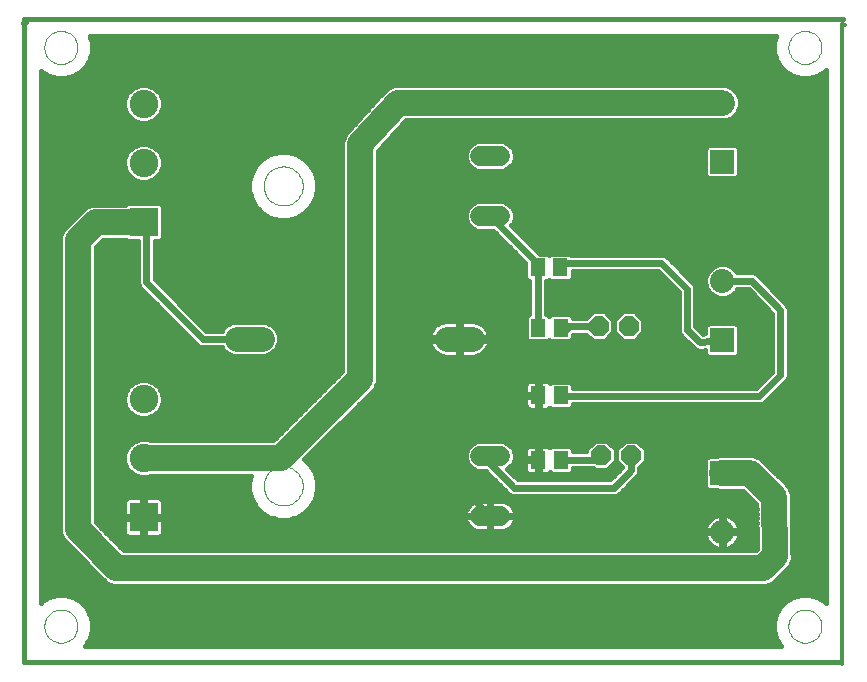
<source format=gtl>
G75*
G70*
%OFA0B0*%
%FSLAX24Y24*%
%IPPOS*%
%LPD*%
%AMOC8*
5,1,8,0,0,1.08239X$1,22.5*
%
%ADD10C,0.0160*%
%ADD11C,0.0120*%
%ADD12C,0.0000*%
%ADD13R,0.0800X0.0800*%
%ADD14C,0.0800*%
%ADD15R,0.0950X0.0950*%
%ADD16C,0.0950*%
%ADD17C,0.0660*%
%ADD18R,0.0512X0.0591*%
%ADD19OC8,0.0660*%
%ADD20C,0.0825*%
%ADD21C,0.0240*%
%ADD22C,0.0860*%
%ADD23C,0.0500*%
D10*
X000208Y000211D02*
X027452Y000211D01*
X025433Y000771D02*
X002249Y000771D01*
X002265Y000787D01*
X002401Y001022D01*
X002471Y001284D01*
X002471Y001556D01*
X002401Y001818D01*
X002265Y002053D01*
X002073Y002245D01*
X001838Y002381D01*
X001576Y002451D01*
X001304Y002451D01*
X001042Y002381D01*
X000807Y002245D01*
X000768Y002206D01*
X000768Y019925D01*
X000807Y019886D01*
X001042Y019750D01*
X001304Y019680D01*
X001576Y019680D01*
X001838Y019750D01*
X002073Y019886D01*
X002265Y020078D01*
X002401Y020313D01*
X002471Y020575D01*
X002471Y020847D01*
X002401Y021108D01*
X025282Y021108D01*
X025212Y020847D01*
X025212Y020575D01*
X025282Y020313D01*
X025418Y020078D01*
X025610Y019886D01*
X025845Y019750D01*
X026107Y019680D01*
X026379Y019680D01*
X026641Y019750D01*
X026876Y019886D01*
X026935Y019945D01*
X026935Y002186D01*
X026876Y002245D01*
X026641Y002381D01*
X026379Y002451D01*
X026107Y002451D01*
X025845Y002381D01*
X025610Y002245D01*
X025418Y002053D01*
X025282Y001818D01*
X025212Y001556D01*
X025212Y001284D01*
X025282Y001022D01*
X025418Y000787D01*
X025433Y000771D01*
X025359Y000888D02*
X002324Y000888D01*
X002407Y001047D02*
X025275Y001047D01*
X025233Y001205D02*
X002450Y001205D01*
X002471Y001364D02*
X025212Y001364D01*
X025212Y001522D02*
X002471Y001522D01*
X002438Y001681D02*
X025245Y001681D01*
X025294Y001839D02*
X002389Y001839D01*
X002297Y001998D02*
X025386Y001998D01*
X025521Y002156D02*
X002162Y002156D01*
X001953Y002315D02*
X025730Y002315D01*
X025187Y002857D02*
X025353Y003023D01*
X025576Y003245D01*
X025579Y003247D01*
X025659Y003328D01*
X025739Y003408D01*
X025741Y003412D01*
X025743Y003414D01*
X025785Y003520D01*
X025829Y003625D01*
X025829Y003629D01*
X025830Y003632D01*
X025829Y003746D01*
X025829Y003860D01*
X025828Y003863D01*
X025805Y005727D01*
X025805Y005840D01*
X025804Y005844D01*
X025804Y005847D01*
X025759Y005952D01*
X025716Y006057D01*
X025713Y006060D01*
X025712Y006063D01*
X025630Y006143D01*
X024836Y006937D01*
X024756Y007018D01*
X024753Y007019D01*
X024751Y007022D01*
X024645Y007065D01*
X024540Y007110D01*
X024537Y007110D01*
X024534Y007111D01*
X024420Y007111D01*
X023375Y007121D01*
X023298Y007090D01*
X023021Y007090D01*
X022927Y006996D01*
X022927Y006721D01*
X022898Y006653D01*
X022896Y006418D01*
X022927Y006341D01*
X022927Y006064D01*
X023021Y005970D01*
X023296Y005970D01*
X023364Y005941D01*
X024170Y005934D01*
X024628Y005476D01*
X024646Y003984D01*
X024609Y003947D01*
X003539Y003947D01*
X002597Y004889D01*
X002597Y014049D01*
X002842Y014294D01*
X003625Y014294D01*
X003654Y014265D01*
X004014Y014265D01*
X004014Y012821D01*
X004057Y012718D01*
X004136Y012639D01*
X006017Y010757D01*
X006120Y010715D01*
X006803Y010715D01*
X006822Y010670D01*
X006983Y010509D01*
X007193Y010422D01*
X008246Y010422D01*
X008456Y010509D01*
X008617Y010670D01*
X008704Y010881D01*
X008704Y011109D01*
X008617Y011319D01*
X008456Y011480D01*
X008246Y011567D01*
X007193Y011567D01*
X006983Y011480D01*
X006822Y011319D01*
X006803Y011275D01*
X006292Y011275D01*
X004574Y012993D01*
X004574Y014265D01*
X004737Y014265D01*
X004831Y014359D01*
X004831Y015441D01*
X004737Y015535D01*
X003654Y015535D01*
X003594Y015474D01*
X002480Y015474D01*
X002263Y015385D01*
X002097Y015219D01*
X001507Y014628D01*
X001417Y014411D01*
X001417Y004527D01*
X001507Y004310D01*
X001673Y004144D01*
X002960Y002857D01*
X003177Y002767D01*
X024971Y002767D01*
X025187Y002857D01*
X025279Y002949D02*
X026935Y002949D01*
X026935Y003107D02*
X025438Y003107D01*
X025598Y003266D02*
X026935Y003266D01*
X026935Y003424D02*
X025747Y003424D01*
X025811Y003583D02*
X026935Y003583D01*
X026935Y003741D02*
X025829Y003741D01*
X025827Y003900D02*
X026935Y003900D01*
X026935Y004058D02*
X025825Y004058D01*
X025823Y004217D02*
X026935Y004217D01*
X026935Y004375D02*
X025822Y004375D01*
X025820Y004534D02*
X026935Y004534D01*
X026935Y004692D02*
X025818Y004692D01*
X025816Y004851D02*
X026935Y004851D01*
X026935Y005009D02*
X025814Y005009D01*
X025812Y005168D02*
X026935Y005168D01*
X026935Y005326D02*
X025810Y005326D01*
X025808Y005485D02*
X026935Y005485D01*
X026935Y005643D02*
X025806Y005643D01*
X025805Y005802D02*
X026935Y005802D01*
X026935Y005960D02*
X025756Y005960D01*
X025655Y006119D02*
X026935Y006119D01*
X026935Y006277D02*
X025496Y006277D01*
X025337Y006436D02*
X026935Y006436D01*
X026935Y006594D02*
X025179Y006594D01*
X025020Y006753D02*
X026935Y006753D01*
X026935Y006911D02*
X024862Y006911D01*
X024636Y007070D02*
X026935Y007070D01*
X026935Y007228D02*
X020934Y007228D01*
X020934Y007316D02*
X020647Y007603D01*
X020241Y007603D01*
X019954Y007316D01*
X019954Y006910D01*
X020151Y006712D01*
X019753Y006314D01*
X016669Y006314D01*
X016321Y006662D01*
X016358Y006678D01*
X016496Y006816D01*
X016571Y006996D01*
X016571Y007191D01*
X016496Y007371D01*
X016358Y007508D01*
X016178Y007583D01*
X015323Y007583D01*
X015143Y007508D01*
X015005Y007371D01*
X014931Y007191D01*
X014931Y006996D01*
X015005Y006816D01*
X015143Y006678D01*
X015323Y006603D01*
X015588Y006603D01*
X016394Y005797D01*
X016497Y005754D01*
X019925Y005754D01*
X020028Y005797D01*
X020106Y005875D01*
X020681Y006450D01*
X020724Y006553D01*
X020724Y006700D01*
X020934Y006910D01*
X020934Y007316D01*
X020863Y007387D02*
X026935Y007387D01*
X026935Y007545D02*
X020704Y007545D01*
X020183Y007545D02*
X019704Y007545D01*
X019647Y007603D02*
X019241Y007603D01*
X018954Y007316D01*
X018954Y007243D01*
X018513Y007243D01*
X018513Y007325D01*
X018420Y007418D01*
X017775Y007418D01*
X017737Y007381D01*
X017716Y007402D01*
X017675Y007426D01*
X017629Y007438D01*
X017397Y007438D01*
X017397Y007011D01*
X017301Y007011D01*
X017301Y006915D01*
X016913Y006915D01*
X016913Y006644D01*
X016926Y006598D01*
X016949Y006557D01*
X016983Y006524D01*
X017024Y006500D01*
X017070Y006488D01*
X017301Y006488D01*
X017301Y006915D01*
X017397Y006915D01*
X017397Y006488D01*
X017629Y006488D01*
X017675Y006500D01*
X017716Y006524D01*
X017737Y006546D01*
X017775Y006508D01*
X018420Y006508D01*
X018513Y006602D01*
X018513Y006683D01*
X019180Y006683D01*
X019241Y006623D01*
X019647Y006623D01*
X019934Y006910D01*
X019934Y007316D01*
X019647Y007603D01*
X019863Y007387D02*
X020025Y007387D01*
X019954Y007228D02*
X019934Y007228D01*
X019934Y007070D02*
X019954Y007070D01*
X019954Y006911D02*
X019934Y006911D01*
X019777Y006753D02*
X020111Y006753D01*
X020033Y006594D02*
X018506Y006594D01*
X018451Y007387D02*
X019025Y007387D01*
X019183Y007545D02*
X016270Y007545D01*
X016480Y007387D02*
X016967Y007387D01*
X016983Y007402D02*
X016949Y007369D01*
X016926Y007328D01*
X016913Y007282D01*
X016913Y007011D01*
X017301Y007011D01*
X017301Y007438D01*
X017070Y007438D01*
X017024Y007426D01*
X016983Y007402D01*
X016913Y007228D02*
X016555Y007228D01*
X016571Y007070D02*
X016913Y007070D01*
X016913Y006911D02*
X016536Y006911D01*
X016433Y006753D02*
X016913Y006753D01*
X016928Y006594D02*
X016389Y006594D01*
X016547Y006436D02*
X019875Y006436D01*
X020349Y006119D02*
X022927Y006119D01*
X022927Y006277D02*
X020508Y006277D01*
X020666Y006436D02*
X022896Y006436D01*
X022898Y006594D02*
X020724Y006594D01*
X020777Y006753D02*
X022927Y006753D01*
X022927Y006911D02*
X020934Y006911D01*
X020934Y007070D02*
X023000Y007070D01*
X023320Y005960D02*
X020191Y005960D01*
X020032Y005802D02*
X024302Y005802D01*
X024461Y005643D02*
X009896Y005643D01*
X009904Y005657D02*
X009981Y005944D01*
X009981Y006242D01*
X009904Y006529D01*
X009755Y006787D01*
X009560Y006982D01*
X011746Y009168D01*
X011746Y009168D01*
X011912Y009334D01*
X012002Y009551D01*
X012002Y017255D01*
X012929Y018278D01*
X023605Y018283D01*
X023822Y018373D01*
X023987Y018539D01*
X024077Y018756D01*
X024077Y018990D01*
X023987Y019207D01*
X023821Y019373D01*
X023604Y019463D01*
X012770Y019458D01*
X012756Y019463D01*
X012653Y019458D01*
X012550Y019458D01*
X012536Y019452D01*
X012521Y019451D01*
X012428Y019407D01*
X012333Y019368D01*
X012322Y019357D01*
X012309Y019351D01*
X012240Y019275D01*
X012167Y019202D01*
X012161Y019188D01*
X010985Y017890D01*
X010912Y017817D01*
X010906Y017803D01*
X010896Y017792D01*
X010862Y017695D01*
X010822Y017600D01*
X010822Y017585D01*
X010817Y017571D01*
X010822Y017468D01*
X010822Y009912D01*
X008522Y007612D01*
X004431Y007612D01*
X004322Y007657D01*
X004069Y007657D01*
X003836Y007561D01*
X003657Y007382D01*
X003561Y007149D01*
X003561Y006896D01*
X003657Y006663D01*
X003836Y006484D01*
X004069Y006387D01*
X004322Y006387D01*
X004431Y006432D01*
X007772Y006432D01*
X007721Y006242D01*
X007721Y005944D01*
X007798Y005657D01*
X007947Y005399D01*
X008157Y005189D01*
X008415Y005040D01*
X008702Y004963D01*
X009000Y004963D01*
X009287Y005040D01*
X009545Y005189D01*
X009755Y005399D01*
X009904Y005657D01*
X009943Y005802D02*
X016389Y005802D01*
X016231Y005960D02*
X009981Y005960D01*
X009981Y006119D02*
X016072Y006119D01*
X015914Y006277D02*
X009971Y006277D01*
X009929Y006436D02*
X015755Y006436D01*
X015597Y006594D02*
X009866Y006594D01*
X009775Y006753D02*
X015068Y006753D01*
X014966Y006911D02*
X009631Y006911D01*
X009648Y007070D02*
X014931Y007070D01*
X014946Y007228D02*
X009807Y007228D01*
X009965Y007387D02*
X015021Y007387D01*
X015232Y007545D02*
X010124Y007545D01*
X010282Y007704D02*
X026935Y007704D01*
X026935Y007862D02*
X010441Y007862D01*
X010599Y008021D02*
X026935Y008021D01*
X026935Y008179D02*
X010758Y008179D01*
X010916Y008338D02*
X026935Y008338D01*
X026935Y008496D02*
X011075Y008496D01*
X011233Y008655D02*
X017030Y008655D01*
X017032Y008654D02*
X017078Y008641D01*
X017309Y008641D01*
X017309Y009069D01*
X016921Y009069D01*
X016921Y008798D01*
X016934Y008752D01*
X016957Y008711D01*
X016991Y008677D01*
X017032Y008654D01*
X016921Y008813D02*
X011392Y008813D01*
X011550Y008972D02*
X016921Y008972D01*
X016921Y009165D02*
X017309Y009165D01*
X017309Y009592D01*
X017078Y009592D01*
X017032Y009580D01*
X016991Y009556D01*
X016957Y009522D01*
X016934Y009481D01*
X016921Y009436D01*
X016921Y009165D01*
X016921Y009289D02*
X011867Y009289D01*
X011959Y009447D02*
X016924Y009447D01*
X017309Y009447D02*
X017405Y009447D01*
X017405Y009592D02*
X017405Y009165D01*
X017309Y009165D01*
X017309Y009069D01*
X017405Y009069D01*
X017405Y008641D01*
X017637Y008641D01*
X017683Y008654D01*
X017724Y008677D01*
X017745Y008699D01*
X017783Y008661D01*
X018427Y008661D01*
X018521Y008755D01*
X018521Y008813D01*
X026935Y008813D01*
X026935Y008655D02*
X017684Y008655D01*
X017405Y008655D02*
X017309Y008655D01*
X017309Y008813D02*
X017405Y008813D01*
X017405Y008972D02*
X017309Y008972D01*
X017309Y009130D02*
X011709Y009130D01*
X012002Y009606D02*
X024840Y009606D01*
X024998Y009764D02*
X012002Y009764D01*
X012002Y009923D02*
X025136Y009923D01*
X025136Y009902D02*
X024607Y009373D01*
X018521Y009373D01*
X018521Y009478D01*
X018427Y009572D01*
X017783Y009572D01*
X017745Y009534D01*
X017724Y009556D01*
X017683Y009580D01*
X017637Y009592D01*
X017405Y009592D01*
X017405Y009289D02*
X017309Y009289D01*
X018521Y009447D02*
X024681Y009447D01*
X025156Y009130D02*
X026935Y009130D01*
X026935Y008972D02*
X024998Y008972D01*
X024882Y008856D02*
X024779Y008813D01*
X018521Y008813D01*
X017743Y007387D02*
X017732Y007387D01*
X017397Y007387D02*
X017301Y007387D01*
X017301Y007228D02*
X017397Y007228D01*
X017397Y007070D02*
X017301Y007070D01*
X017301Y006911D02*
X017397Y006911D01*
X017397Y006753D02*
X017301Y006753D01*
X017301Y006594D02*
X017397Y006594D01*
X016413Y005482D02*
X016348Y005529D01*
X016277Y005566D01*
X016200Y005591D01*
X016121Y005603D01*
X015781Y005603D01*
X015781Y005123D01*
X016591Y005123D01*
X016591Y005133D01*
X016578Y005212D01*
X016554Y005289D01*
X016517Y005360D01*
X016470Y005425D01*
X016413Y005482D01*
X016410Y005485D02*
X024619Y005485D01*
X024630Y005326D02*
X016535Y005326D01*
X016585Y005168D02*
X024632Y005168D01*
X024634Y005009D02*
X023858Y005009D01*
X023865Y005004D02*
X023791Y005058D01*
X023710Y005099D01*
X023623Y005127D01*
X023535Y005141D01*
X023535Y004610D01*
X023439Y004610D01*
X023439Y005141D01*
X023351Y005127D01*
X023264Y005099D01*
X023183Y005058D01*
X023109Y005004D01*
X023045Y004939D01*
X022991Y004866D01*
X022950Y004784D01*
X022921Y004697D01*
X022907Y004610D01*
X023439Y004610D01*
X023439Y004514D01*
X022907Y004514D01*
X022921Y004426D01*
X022950Y004339D01*
X022991Y004258D01*
X023045Y004184D01*
X023109Y004119D01*
X023183Y004066D01*
X023264Y004024D01*
X023351Y003996D01*
X023439Y003982D01*
X023439Y004514D01*
X023535Y004514D01*
X023535Y004610D01*
X024067Y004610D01*
X024053Y004697D01*
X024025Y004784D01*
X023983Y004866D01*
X023929Y004939D01*
X023865Y005004D01*
X023991Y004851D02*
X024636Y004851D01*
X024638Y004692D02*
X024054Y004692D01*
X024067Y004514D02*
X023535Y004514D01*
X023535Y003982D01*
X023623Y003996D01*
X023710Y004024D01*
X023791Y004066D01*
X023865Y004119D01*
X023929Y004184D01*
X023983Y004258D01*
X024025Y004339D01*
X024053Y004426D01*
X024067Y004514D01*
X024036Y004375D02*
X024641Y004375D01*
X024643Y004217D02*
X023953Y004217D01*
X023776Y004058D02*
X024645Y004058D01*
X024640Y004534D02*
X023535Y004534D01*
X023439Y004534D02*
X004845Y004534D01*
X004851Y004555D02*
X004851Y005006D01*
X004244Y005006D01*
X004244Y005102D01*
X004148Y005102D01*
X004148Y005709D01*
X003697Y005709D01*
X003651Y005696D01*
X003610Y005673D01*
X003577Y005639D01*
X003553Y005598D01*
X003541Y005552D01*
X003541Y005102D01*
X004148Y005102D01*
X004148Y005006D01*
X003541Y005006D01*
X003541Y004555D01*
X003553Y004509D01*
X003577Y004468D01*
X003610Y004435D01*
X003651Y004411D01*
X003697Y004399D01*
X004148Y004399D01*
X004148Y005006D01*
X004244Y005006D01*
X004244Y004399D01*
X004694Y004399D01*
X004740Y004411D01*
X004781Y004435D01*
X004815Y004468D01*
X004838Y004509D01*
X004851Y004555D01*
X004851Y004692D02*
X015105Y004692D01*
X015089Y004704D02*
X015154Y004657D01*
X015225Y004620D01*
X015301Y004596D01*
X015381Y004583D01*
X015721Y004583D01*
X015721Y005063D01*
X015781Y005063D01*
X015781Y005123D01*
X015721Y005123D01*
X015721Y005603D01*
X015381Y005603D01*
X015301Y005591D01*
X015225Y005566D01*
X015154Y005529D01*
X015089Y005482D01*
X015032Y005425D01*
X014985Y005360D01*
X014948Y005289D01*
X014923Y005212D01*
X014911Y005133D01*
X014911Y005123D01*
X015721Y005123D01*
X015721Y005063D01*
X014911Y005063D01*
X014911Y005053D01*
X014923Y004974D01*
X014948Y004897D01*
X014985Y004826D01*
X015032Y004761D01*
X015089Y004704D01*
X014972Y004851D02*
X004851Y004851D01*
X004851Y005102D02*
X004851Y005552D01*
X004838Y005598D01*
X004815Y005639D01*
X004781Y005673D01*
X004740Y005696D01*
X004694Y005709D01*
X004244Y005709D01*
X004244Y005102D01*
X004851Y005102D01*
X004851Y005168D02*
X008194Y005168D01*
X008020Y005326D02*
X004851Y005326D01*
X004851Y005485D02*
X007897Y005485D01*
X007806Y005643D02*
X004811Y005643D01*
X004244Y005643D02*
X004148Y005643D01*
X004148Y005485D02*
X004244Y005485D01*
X004244Y005326D02*
X004148Y005326D01*
X004148Y005168D02*
X004244Y005168D01*
X004244Y005009D02*
X008531Y005009D01*
X009171Y005009D02*
X014918Y005009D01*
X014916Y005168D02*
X009508Y005168D01*
X009682Y005326D02*
X014967Y005326D01*
X015092Y005485D02*
X009804Y005485D01*
X007759Y005802D02*
X002597Y005802D01*
X002597Y005960D02*
X007721Y005960D01*
X007721Y006119D02*
X002597Y006119D01*
X002597Y006277D02*
X007730Y006277D01*
X008614Y007704D02*
X002597Y007704D01*
X002597Y007862D02*
X008772Y007862D01*
X008931Y008021D02*
X002597Y008021D01*
X002597Y008179D02*
X009089Y008179D01*
X009248Y008338D02*
X002597Y008338D01*
X002597Y008496D02*
X003792Y008496D01*
X003836Y008452D02*
X004069Y008356D01*
X004322Y008356D01*
X004555Y008452D01*
X004734Y008631D01*
X004831Y008864D01*
X004831Y009117D01*
X004734Y009350D01*
X004555Y009529D01*
X004322Y009626D01*
X004069Y009626D01*
X003836Y009529D01*
X003657Y009350D01*
X003561Y009117D01*
X003561Y008864D01*
X003657Y008631D01*
X003836Y008452D01*
X003648Y008655D02*
X002597Y008655D01*
X002597Y008813D02*
X003582Y008813D01*
X003561Y008972D02*
X002597Y008972D01*
X002597Y009130D02*
X003566Y009130D01*
X003632Y009289D02*
X002597Y009289D01*
X002597Y009447D02*
X003754Y009447D01*
X004021Y009606D02*
X002597Y009606D01*
X002597Y009764D02*
X010674Y009764D01*
X010822Y009923D02*
X002597Y009923D01*
X002597Y010081D02*
X010822Y010081D01*
X010822Y010240D02*
X002597Y010240D01*
X002597Y010398D02*
X010822Y010398D01*
X010822Y010557D02*
X008503Y010557D01*
X008636Y010715D02*
X010822Y010715D01*
X010822Y010874D02*
X008701Y010874D01*
X008704Y011032D02*
X010822Y011032D01*
X010822Y011191D02*
X008670Y011191D01*
X008587Y011349D02*
X010822Y011349D01*
X010822Y011508D02*
X008390Y011508D01*
X007049Y011508D02*
X006059Y011508D01*
X005901Y011666D02*
X010822Y011666D01*
X010822Y011825D02*
X005742Y011825D01*
X005584Y011983D02*
X010822Y011983D01*
X010822Y012142D02*
X005425Y012142D01*
X005267Y012300D02*
X010822Y012300D01*
X010822Y012459D02*
X005108Y012459D01*
X004950Y012617D02*
X010822Y012617D01*
X010822Y012776D02*
X004791Y012776D01*
X004633Y012934D02*
X010822Y012934D01*
X010822Y013093D02*
X004574Y013093D01*
X004574Y013251D02*
X010822Y013251D01*
X010822Y013410D02*
X004574Y013410D01*
X004574Y013568D02*
X010822Y013568D01*
X010822Y013727D02*
X004574Y013727D01*
X004574Y013885D02*
X010822Y013885D01*
X010822Y014044D02*
X004574Y014044D01*
X004574Y014202D02*
X010822Y014202D01*
X010822Y014361D02*
X004831Y014361D01*
X004831Y014519D02*
X010822Y014519D01*
X010822Y014678D02*
X004831Y014678D01*
X004831Y014836D02*
X010822Y014836D01*
X010822Y014995D02*
X009117Y014995D01*
X009000Y014963D02*
X009287Y015040D01*
X009545Y015189D01*
X009755Y015399D01*
X009904Y015657D01*
X009981Y015944D01*
X009981Y016242D01*
X009904Y016529D01*
X009755Y016787D01*
X009545Y016997D01*
X009287Y017146D01*
X009000Y017223D01*
X008702Y017223D01*
X008415Y017146D01*
X008157Y016997D01*
X007947Y016787D01*
X007798Y016529D01*
X007721Y016242D01*
X007721Y015944D01*
X007798Y015657D01*
X007947Y015399D01*
X008157Y015189D01*
X008415Y015040D01*
X008702Y014963D01*
X009000Y014963D01*
X008585Y014995D02*
X004831Y014995D01*
X004831Y015153D02*
X008219Y015153D01*
X008034Y015312D02*
X004831Y015312D01*
X004802Y015470D02*
X007906Y015470D01*
X007814Y015629D02*
X000768Y015629D01*
X000768Y015787D02*
X007763Y015787D01*
X007721Y015946D02*
X000768Y015946D01*
X000768Y016104D02*
X007721Y016104D01*
X007726Y016263D02*
X004392Y016263D01*
X004322Y016234D02*
X004555Y016330D01*
X004734Y016509D01*
X004831Y016742D01*
X004831Y016995D01*
X004734Y017228D01*
X004555Y017407D01*
X004322Y017504D01*
X004069Y017504D01*
X003836Y017407D01*
X003657Y017228D01*
X003561Y016995D01*
X003561Y016742D01*
X003657Y016509D01*
X003836Y016330D01*
X004069Y016234D01*
X004322Y016234D01*
X004000Y016263D02*
X000768Y016263D01*
X000768Y016421D02*
X003745Y016421D01*
X003628Y016580D02*
X000768Y016580D01*
X000768Y016738D02*
X003563Y016738D01*
X003561Y016897D02*
X000768Y016897D01*
X000768Y017055D02*
X003586Y017055D01*
X003651Y017214D02*
X000768Y017214D01*
X000768Y017372D02*
X003801Y017372D01*
X004590Y017372D02*
X010822Y017372D01*
X010822Y017214D02*
X009035Y017214D01*
X008667Y017214D02*
X004740Y017214D01*
X004806Y017055D02*
X008257Y017055D01*
X008056Y016897D02*
X004831Y016897D01*
X004829Y016738D02*
X007918Y016738D01*
X007827Y016580D02*
X004763Y016580D01*
X004646Y016421D02*
X007769Y016421D01*
X009445Y017055D02*
X010822Y017055D01*
X010822Y016897D02*
X009645Y016897D01*
X009783Y016738D02*
X010822Y016738D01*
X010822Y016580D02*
X009875Y016580D01*
X009933Y016421D02*
X010822Y016421D01*
X010822Y016263D02*
X009975Y016263D01*
X009981Y016104D02*
X010822Y016104D01*
X010822Y015946D02*
X009981Y015946D01*
X009939Y015787D02*
X010822Y015787D01*
X010822Y015629D02*
X009887Y015629D01*
X009796Y015470D02*
X010822Y015470D01*
X010822Y015312D02*
X009667Y015312D01*
X009483Y015153D02*
X010822Y015153D01*
X012002Y015153D02*
X014931Y015153D01*
X014931Y015191D02*
X014931Y014996D01*
X015005Y014816D01*
X015143Y014678D01*
X015323Y014603D01*
X015845Y014603D01*
X016922Y013526D01*
X016922Y013015D01*
X017015Y012921D01*
X017057Y012921D01*
X017057Y011824D01*
X017027Y011824D01*
X016933Y011730D01*
X016933Y011007D01*
X017027Y010913D01*
X017671Y010913D01*
X017723Y010965D01*
X017775Y010913D01*
X018420Y010913D01*
X018513Y011007D01*
X018513Y011140D01*
X018952Y011140D01*
X019162Y010930D01*
X019568Y010930D01*
X019855Y011217D01*
X019855Y011623D01*
X019568Y011910D01*
X019162Y011910D01*
X018952Y011700D01*
X018513Y011700D01*
X018513Y011730D01*
X018420Y011824D01*
X017775Y011824D01*
X017723Y011772D01*
X017671Y011824D01*
X017617Y011824D01*
X017617Y012921D01*
X017660Y012921D01*
X017711Y012973D01*
X017763Y012921D01*
X018408Y012921D01*
X018501Y013015D01*
X018501Y013242D01*
X021344Y013242D01*
X022030Y012556D01*
X022030Y011250D01*
X022073Y011147D01*
X022151Y011068D01*
X022506Y010713D01*
X022513Y010701D01*
X022545Y010674D01*
X022576Y010644D01*
X022588Y010639D01*
X022598Y010630D01*
X022639Y010618D01*
X022679Y010601D01*
X022692Y010601D01*
X022705Y010597D01*
X022747Y010601D01*
X022790Y010601D01*
X022802Y010606D01*
X022927Y010618D01*
X022927Y010485D01*
X023021Y010391D01*
X023953Y010391D01*
X024047Y010485D01*
X024047Y011418D01*
X023953Y011511D01*
X023021Y011511D01*
X022927Y011418D01*
X022927Y011180D01*
X022839Y011172D01*
X022590Y011422D01*
X022590Y012728D01*
X022547Y012830D01*
X021697Y013681D01*
X021618Y013760D01*
X021515Y013802D01*
X018437Y013802D01*
X018408Y013832D01*
X017763Y013832D01*
X017711Y013780D01*
X017660Y013832D01*
X017408Y013832D01*
X016460Y014780D01*
X016496Y014816D01*
X016571Y014996D01*
X016571Y015191D01*
X016496Y015371D01*
X016358Y015508D01*
X016178Y015583D01*
X015323Y015583D01*
X015143Y015508D01*
X015005Y015371D01*
X014931Y015191D01*
X014981Y015312D02*
X012002Y015312D01*
X012002Y015470D02*
X015105Y015470D01*
X014931Y014995D02*
X012002Y014995D01*
X012002Y014836D02*
X014997Y014836D01*
X015144Y014678D02*
X012002Y014678D01*
X012002Y014519D02*
X015929Y014519D01*
X016087Y014361D02*
X012002Y014361D01*
X012002Y014202D02*
X016246Y014202D01*
X016404Y014044D02*
X012002Y014044D01*
X012002Y013885D02*
X016563Y013885D01*
X016721Y013727D02*
X012002Y013727D01*
X012002Y013568D02*
X016880Y013568D01*
X016922Y013410D02*
X012002Y013410D01*
X012002Y013251D02*
X016922Y013251D01*
X016922Y013093D02*
X012002Y013093D01*
X012002Y012934D02*
X017003Y012934D01*
X017057Y012776D02*
X012002Y012776D01*
X012002Y012617D02*
X017057Y012617D01*
X017057Y012459D02*
X012002Y012459D01*
X012002Y012300D02*
X017057Y012300D01*
X017057Y012142D02*
X012002Y012142D01*
X012002Y011983D02*
X017057Y011983D01*
X017057Y011825D02*
X012002Y011825D01*
X012002Y011666D02*
X016933Y011666D01*
X016933Y011508D02*
X015430Y011508D01*
X015442Y011501D02*
X015359Y011544D01*
X015271Y011573D01*
X015179Y011587D01*
X014777Y011587D01*
X014777Y011052D01*
X015723Y011052D01*
X015710Y011133D01*
X015681Y011222D01*
X015639Y011305D01*
X015584Y011381D01*
X015518Y011447D01*
X015442Y011501D01*
X015607Y011349D02*
X016933Y011349D01*
X016933Y011191D02*
X015691Y011191D01*
X015723Y010937D02*
X014777Y010937D01*
X014777Y010402D01*
X015179Y010402D01*
X015271Y010417D01*
X015359Y010446D01*
X015442Y010488D01*
X015518Y010543D01*
X015584Y010609D01*
X015639Y010684D01*
X015681Y010767D01*
X015710Y010856D01*
X015723Y010937D01*
X015713Y010874D02*
X022346Y010874D01*
X022188Y011032D02*
X020670Y011032D01*
X020568Y010930D02*
X020855Y011217D01*
X020855Y011623D01*
X020568Y011910D01*
X020162Y011910D01*
X019875Y011623D01*
X019875Y011217D01*
X020162Y010930D01*
X020568Y010930D01*
X020829Y011191D02*
X022055Y011191D01*
X022030Y011349D02*
X020855Y011349D01*
X020855Y011508D02*
X022030Y011508D01*
X022030Y011666D02*
X020812Y011666D01*
X020653Y011825D02*
X022030Y011825D01*
X022030Y011983D02*
X017617Y011983D01*
X017617Y011825D02*
X019077Y011825D01*
X019653Y011825D02*
X020077Y011825D01*
X019918Y011666D02*
X019812Y011666D01*
X019855Y011508D02*
X019875Y011508D01*
X019875Y011349D02*
X019855Y011349D01*
X019829Y011191D02*
X019901Y011191D01*
X020060Y011032D02*
X019670Y011032D01*
X019060Y011032D02*
X018513Y011032D01*
X017617Y012142D02*
X022030Y012142D01*
X022030Y012300D02*
X017617Y012300D01*
X017617Y012459D02*
X022030Y012459D01*
X021969Y012617D02*
X017617Y012617D01*
X017617Y012776D02*
X021810Y012776D01*
X021652Y012934D02*
X018420Y012934D01*
X018501Y013093D02*
X021493Y013093D01*
X021968Y013410D02*
X023206Y013410D01*
X023170Y013395D02*
X023012Y013237D01*
X022927Y013031D01*
X022927Y012808D01*
X023012Y012603D01*
X023170Y012445D01*
X023376Y012360D01*
X023598Y012360D01*
X023804Y012445D01*
X023962Y012603D01*
X023981Y012649D01*
X024362Y012656D01*
X025136Y011840D01*
X025136Y009902D01*
X025136Y010081D02*
X012002Y010081D01*
X012002Y010240D02*
X025136Y010240D01*
X025136Y010398D02*
X023960Y010398D01*
X024047Y010557D02*
X025136Y010557D01*
X025136Y010715D02*
X024047Y010715D01*
X024047Y010874D02*
X025136Y010874D01*
X025136Y011032D02*
X024047Y011032D01*
X024047Y011191D02*
X025136Y011191D01*
X025136Y011349D02*
X024047Y011349D01*
X023957Y011508D02*
X025136Y011508D01*
X025136Y011666D02*
X022590Y011666D01*
X022590Y011508D02*
X023017Y011508D01*
X022927Y011349D02*
X022663Y011349D01*
X022821Y011191D02*
X022927Y011191D01*
X022505Y010715D02*
X015654Y010715D01*
X015532Y010557D02*
X022927Y010557D01*
X023014Y010398D02*
X012002Y010398D01*
X012002Y010557D02*
X013907Y010557D01*
X013921Y010543D02*
X013996Y010488D01*
X014079Y010446D01*
X014168Y010417D01*
X014260Y010402D01*
X014662Y010402D01*
X014662Y010937D01*
X014777Y010937D01*
X014777Y011052D01*
X014662Y011052D01*
X014662Y010937D01*
X013716Y010937D01*
X013729Y010856D01*
X013758Y010767D01*
X013800Y010684D01*
X013855Y010609D01*
X013921Y010543D01*
X013784Y010715D02*
X012002Y010715D01*
X012002Y010874D02*
X013726Y010874D01*
X013716Y011052D02*
X014662Y011052D01*
X014662Y011587D01*
X014260Y011587D01*
X014168Y011573D01*
X014079Y011544D01*
X013996Y011501D01*
X013921Y011447D01*
X013855Y011381D01*
X013800Y011305D01*
X013758Y011222D01*
X013729Y011133D01*
X013716Y011052D01*
X013748Y011191D02*
X012002Y011191D01*
X012002Y011349D02*
X013832Y011349D01*
X014008Y011508D02*
X012002Y011508D01*
X012002Y011032D02*
X014662Y011032D01*
X014777Y011032D02*
X016933Y011032D01*
X014777Y010874D02*
X014662Y010874D01*
X014662Y010715D02*
X014777Y010715D01*
X014777Y010557D02*
X014662Y010557D01*
X014662Y011191D02*
X014777Y011191D01*
X014777Y011349D02*
X014662Y011349D01*
X014662Y011508D02*
X014777Y011508D01*
X017672Y012934D02*
X017751Y012934D01*
X017355Y013885D02*
X026935Y013885D01*
X026935Y013727D02*
X021651Y013727D01*
X021810Y013568D02*
X026935Y013568D01*
X026935Y013410D02*
X023768Y013410D01*
X023804Y013395D02*
X023598Y013480D01*
X023376Y013480D01*
X023170Y013395D01*
X023026Y013251D02*
X022127Y013251D01*
X022285Y013093D02*
X022952Y013093D01*
X022927Y012934D02*
X022444Y012934D01*
X022570Y012776D02*
X022941Y012776D01*
X023006Y012617D02*
X022590Y012617D01*
X022590Y012459D02*
X023156Y012459D01*
X022590Y012300D02*
X024700Y012300D01*
X024850Y012142D02*
X022590Y012142D01*
X022590Y011983D02*
X025000Y011983D01*
X025136Y011825D02*
X022590Y011825D01*
X023818Y012459D02*
X024549Y012459D01*
X024399Y012617D02*
X023968Y012617D01*
X023973Y013209D02*
X023962Y013237D01*
X023804Y013395D01*
X023948Y013251D02*
X026935Y013251D01*
X026935Y013093D02*
X024720Y013093D01*
X024717Y013096D02*
X024714Y013102D01*
X024679Y013136D01*
X024645Y013172D01*
X024639Y013174D01*
X024634Y013179D01*
X024588Y013197D01*
X024543Y013217D01*
X024537Y013217D01*
X024530Y013220D01*
X024481Y013219D01*
X024432Y013220D01*
X024426Y013218D01*
X023973Y013209D01*
X024717Y013096D02*
X025617Y012147D01*
X025654Y012110D01*
X025655Y012106D01*
X025658Y012104D01*
X025676Y012055D01*
X025696Y012007D01*
X025696Y012003D01*
X025698Y012000D01*
X025696Y011948D01*
X025696Y009730D01*
X025654Y009627D01*
X024882Y008856D01*
X025315Y009289D02*
X026935Y009289D01*
X026935Y009447D02*
X025473Y009447D01*
X025632Y009606D02*
X026935Y009606D01*
X026935Y009764D02*
X025696Y009764D01*
X025696Y009923D02*
X026935Y009923D01*
X026935Y010081D02*
X025696Y010081D01*
X025696Y010240D02*
X026935Y010240D01*
X026935Y010398D02*
X025696Y010398D01*
X025696Y010557D02*
X026935Y010557D01*
X026935Y010715D02*
X025696Y010715D01*
X025696Y010874D02*
X026935Y010874D01*
X026935Y011032D02*
X025696Y011032D01*
X025696Y011191D02*
X026935Y011191D01*
X026935Y011349D02*
X025696Y011349D01*
X025696Y011508D02*
X026935Y011508D01*
X026935Y011666D02*
X025696Y011666D01*
X025696Y011825D02*
X026935Y011825D01*
X026935Y011983D02*
X025697Y011983D01*
X025622Y012142D02*
X026935Y012142D01*
X026935Y012300D02*
X025471Y012300D01*
X025321Y012459D02*
X026935Y012459D01*
X026935Y012617D02*
X025171Y012617D01*
X025021Y012776D02*
X026935Y012776D01*
X026935Y012934D02*
X024870Y012934D01*
X026935Y014044D02*
X017196Y014044D01*
X017038Y014202D02*
X026935Y014202D01*
X026935Y014361D02*
X016879Y014361D01*
X016721Y014519D02*
X026935Y014519D01*
X026935Y014678D02*
X016562Y014678D01*
X016505Y014836D02*
X026935Y014836D01*
X026935Y014995D02*
X016570Y014995D01*
X016571Y015153D02*
X026935Y015153D01*
X026935Y015312D02*
X016521Y015312D01*
X016397Y015470D02*
X026935Y015470D01*
X026935Y015629D02*
X012002Y015629D01*
X012002Y015787D02*
X026935Y015787D01*
X026935Y015946D02*
X012002Y015946D01*
X012002Y016104D02*
X026935Y016104D01*
X026935Y016263D02*
X012002Y016263D01*
X012002Y016421D02*
X022944Y016421D01*
X022927Y016438D02*
X023021Y016344D01*
X023953Y016344D01*
X024047Y016438D01*
X024047Y017370D01*
X023953Y017464D01*
X023021Y017464D01*
X022927Y017370D01*
X022927Y016438D01*
X022927Y016580D02*
X012002Y016580D01*
X012002Y016738D02*
X015083Y016738D01*
X015143Y016678D02*
X015323Y016603D01*
X016178Y016603D01*
X016358Y016678D01*
X016496Y016816D01*
X016571Y016996D01*
X016571Y017191D01*
X016496Y017371D01*
X016358Y017508D01*
X016178Y017583D01*
X015323Y017583D01*
X015143Y017508D01*
X015005Y017371D01*
X014931Y017191D01*
X014931Y016996D01*
X015005Y016816D01*
X015143Y016678D01*
X014972Y016897D02*
X012002Y016897D01*
X012002Y017055D02*
X014931Y017055D01*
X014940Y017214D02*
X012002Y017214D01*
X012108Y017372D02*
X015007Y017372D01*
X015197Y017531D02*
X012252Y017531D01*
X012395Y017689D02*
X026935Y017689D01*
X026935Y017531D02*
X016305Y017531D01*
X016495Y017372D02*
X022929Y017372D01*
X022927Y017214D02*
X016561Y017214D01*
X016571Y017055D02*
X022927Y017055D01*
X022927Y016897D02*
X016530Y016897D01*
X016419Y016738D02*
X022927Y016738D01*
X024047Y016738D02*
X026935Y016738D01*
X026935Y016580D02*
X024047Y016580D01*
X024030Y016421D02*
X026935Y016421D01*
X026935Y016897D02*
X024047Y016897D01*
X024047Y017055D02*
X026935Y017055D01*
X026935Y017214D02*
X024047Y017214D01*
X024045Y017372D02*
X026935Y017372D01*
X026935Y017848D02*
X012539Y017848D01*
X012683Y018006D02*
X026935Y018006D01*
X026935Y018165D02*
X012826Y018165D01*
X011952Y018957D02*
X004831Y018957D01*
X004831Y018963D02*
X004734Y019197D01*
X004555Y019375D01*
X004322Y019472D01*
X004069Y019472D01*
X003836Y019375D01*
X003657Y019197D01*
X003561Y018963D01*
X003561Y018711D01*
X003657Y018477D01*
X003836Y018299D01*
X004069Y018202D01*
X004322Y018202D01*
X004555Y018299D01*
X004734Y018477D01*
X004831Y018711D01*
X004831Y018963D01*
X004831Y018799D02*
X011808Y018799D01*
X011665Y018640D02*
X004801Y018640D01*
X004736Y018482D02*
X011521Y018482D01*
X011377Y018323D02*
X004580Y018323D01*
X003812Y018323D02*
X000768Y018323D01*
X000768Y018165D02*
X011234Y018165D01*
X011090Y018006D02*
X000768Y018006D01*
X000768Y017848D02*
X010943Y017848D01*
X010859Y017689D02*
X000768Y017689D01*
X000768Y017531D02*
X010819Y017531D01*
X012096Y019116D02*
X004768Y019116D01*
X004657Y019274D02*
X012239Y019274D01*
X012481Y019433D02*
X004418Y019433D01*
X003974Y019433D02*
X000768Y019433D01*
X000768Y019591D02*
X026935Y019591D01*
X026935Y019433D02*
X023677Y019433D01*
X023920Y019274D02*
X026935Y019274D01*
X026935Y019116D02*
X024025Y019116D01*
X024077Y018957D02*
X026935Y018957D01*
X026935Y018799D02*
X024077Y018799D01*
X024029Y018640D02*
X026935Y018640D01*
X026935Y018482D02*
X023930Y018482D01*
X023702Y018323D02*
X026935Y018323D01*
X026935Y019750D02*
X026638Y019750D01*
X026898Y019908D02*
X026935Y019908D01*
X025848Y019750D02*
X001835Y019750D01*
X002095Y019908D02*
X025588Y019908D01*
X025429Y020067D02*
X002254Y020067D01*
X002350Y020225D02*
X025333Y020225D01*
X025263Y020384D02*
X002420Y020384D01*
X002462Y020542D02*
X025221Y020542D01*
X025212Y020701D02*
X002471Y020701D01*
X002468Y020859D02*
X025215Y020859D01*
X025258Y021018D02*
X002425Y021018D01*
X001044Y019750D02*
X000768Y019750D01*
X000768Y019908D02*
X000785Y019908D01*
X000768Y019274D02*
X003735Y019274D01*
X003624Y019116D02*
X000768Y019116D01*
X000768Y018957D02*
X003561Y018957D01*
X003561Y018799D02*
X000768Y018799D01*
X000768Y018640D02*
X003590Y018640D01*
X003656Y018482D02*
X000768Y018482D01*
X000768Y015470D02*
X002469Y015470D01*
X002190Y015312D02*
X000768Y015312D01*
X000768Y015153D02*
X002032Y015153D01*
X001873Y014995D02*
X000768Y014995D01*
X000768Y014836D02*
X001715Y014836D01*
X001556Y014678D02*
X000768Y014678D01*
X000768Y014519D02*
X001461Y014519D01*
X001417Y014361D02*
X000768Y014361D01*
X000768Y014202D02*
X001417Y014202D01*
X001417Y014044D02*
X000768Y014044D01*
X000768Y013885D02*
X001417Y013885D01*
X001417Y013727D02*
X000768Y013727D01*
X000768Y013568D02*
X001417Y013568D01*
X001417Y013410D02*
X000768Y013410D01*
X000768Y013251D02*
X001417Y013251D01*
X001417Y013093D02*
X000768Y013093D01*
X000768Y012934D02*
X001417Y012934D01*
X001417Y012776D02*
X000768Y012776D01*
X000768Y012617D02*
X001417Y012617D01*
X001417Y012459D02*
X000768Y012459D01*
X000768Y012300D02*
X001417Y012300D01*
X001417Y012142D02*
X000768Y012142D01*
X000768Y011983D02*
X001417Y011983D01*
X001417Y011825D02*
X000768Y011825D01*
X000768Y011666D02*
X001417Y011666D01*
X001417Y011508D02*
X000768Y011508D01*
X000768Y011349D02*
X001417Y011349D01*
X001417Y011191D02*
X000768Y011191D01*
X000768Y011032D02*
X001417Y011032D01*
X001417Y010874D02*
X000768Y010874D01*
X000768Y010715D02*
X001417Y010715D01*
X001417Y010557D02*
X000768Y010557D01*
X000768Y010398D02*
X001417Y010398D01*
X001417Y010240D02*
X000768Y010240D01*
X000768Y010081D02*
X001417Y010081D01*
X001417Y009923D02*
X000768Y009923D01*
X000768Y009764D02*
X001417Y009764D01*
X001417Y009606D02*
X000768Y009606D01*
X000768Y009447D02*
X001417Y009447D01*
X001417Y009289D02*
X000768Y009289D01*
X000768Y009130D02*
X001417Y009130D01*
X001417Y008972D02*
X000768Y008972D01*
X000768Y008813D02*
X001417Y008813D01*
X001417Y008655D02*
X000768Y008655D01*
X000768Y008496D02*
X001417Y008496D01*
X001417Y008338D02*
X000768Y008338D01*
X000768Y008179D02*
X001417Y008179D01*
X001417Y008021D02*
X000768Y008021D01*
X000768Y007862D02*
X001417Y007862D01*
X001417Y007704D02*
X000768Y007704D01*
X000768Y007545D02*
X001417Y007545D01*
X001417Y007387D02*
X000768Y007387D01*
X000768Y007228D02*
X001417Y007228D01*
X001417Y007070D02*
X000768Y007070D01*
X000768Y006911D02*
X001417Y006911D01*
X001417Y006753D02*
X000768Y006753D01*
X000768Y006594D02*
X001417Y006594D01*
X001417Y006436D02*
X000768Y006436D01*
X000768Y006277D02*
X001417Y006277D01*
X001417Y006119D02*
X000768Y006119D01*
X000768Y005960D02*
X001417Y005960D01*
X001417Y005802D02*
X000768Y005802D01*
X000768Y005643D02*
X001417Y005643D01*
X001417Y005485D02*
X000768Y005485D01*
X000768Y005326D02*
X001417Y005326D01*
X001417Y005168D02*
X000768Y005168D01*
X000768Y005009D02*
X001417Y005009D01*
X001417Y004851D02*
X000768Y004851D01*
X000768Y004692D02*
X001417Y004692D01*
X001417Y004534D02*
X000768Y004534D01*
X000768Y004375D02*
X001480Y004375D01*
X001600Y004217D02*
X000768Y004217D01*
X000768Y004058D02*
X001759Y004058D01*
X001917Y003900D02*
X000768Y003900D01*
X000768Y003741D02*
X002076Y003741D01*
X002234Y003583D02*
X000768Y003583D01*
X000768Y003424D02*
X002393Y003424D01*
X002551Y003266D02*
X000768Y003266D01*
X000768Y003107D02*
X002710Y003107D01*
X002868Y002949D02*
X000768Y002949D01*
X000768Y002790D02*
X003121Y002790D01*
X003427Y004058D02*
X023198Y004058D01*
X023021Y004217D02*
X003269Y004217D01*
X003110Y004375D02*
X022938Y004375D01*
X022921Y004692D02*
X016397Y004692D01*
X016413Y004704D02*
X016470Y004761D01*
X016517Y004826D01*
X016554Y004897D01*
X016578Y004974D01*
X016591Y005053D01*
X016591Y005063D01*
X015781Y005063D01*
X015781Y004583D01*
X016121Y004583D01*
X016200Y004596D01*
X016277Y004620D01*
X016348Y004657D01*
X016413Y004704D01*
X016530Y004851D02*
X022983Y004851D01*
X023116Y005009D02*
X016584Y005009D01*
X015781Y005009D02*
X015721Y005009D01*
X015721Y004851D02*
X015781Y004851D01*
X015781Y004692D02*
X015721Y004692D01*
X015721Y005168D02*
X015781Y005168D01*
X015781Y005326D02*
X015721Y005326D01*
X015721Y005485D02*
X015781Y005485D01*
X010516Y009606D02*
X004371Y009606D01*
X004637Y009447D02*
X010357Y009447D01*
X010199Y009289D02*
X004760Y009289D01*
X004825Y009130D02*
X010040Y009130D01*
X009882Y008972D02*
X004831Y008972D01*
X004809Y008813D02*
X009723Y008813D01*
X009565Y008655D02*
X004744Y008655D01*
X004599Y008496D02*
X009406Y008496D01*
X006935Y010557D02*
X002597Y010557D01*
X002597Y010715D02*
X006119Y010715D01*
X005901Y010874D02*
X002597Y010874D01*
X002597Y011032D02*
X005743Y011032D01*
X005584Y011191D02*
X002597Y011191D01*
X002597Y011349D02*
X005426Y011349D01*
X005267Y011508D02*
X002597Y011508D01*
X002597Y011666D02*
X005109Y011666D01*
X004950Y011825D02*
X002597Y011825D01*
X002597Y011983D02*
X004792Y011983D01*
X004633Y012142D02*
X002597Y012142D01*
X002597Y012300D02*
X004475Y012300D01*
X004316Y012459D02*
X002597Y012459D01*
X002597Y012617D02*
X004158Y012617D01*
X004033Y012776D02*
X002597Y012776D01*
X002597Y012934D02*
X004014Y012934D01*
X004014Y013093D02*
X002597Y013093D01*
X002597Y013251D02*
X004014Y013251D01*
X004014Y013410D02*
X002597Y013410D01*
X002597Y013568D02*
X004014Y013568D01*
X004014Y013727D02*
X002597Y013727D01*
X002597Y013885D02*
X004014Y013885D01*
X004014Y014044D02*
X002597Y014044D01*
X002749Y014202D02*
X004014Y014202D01*
X006218Y011349D02*
X006852Y011349D01*
X003821Y007545D02*
X002597Y007545D01*
X002597Y007387D02*
X003662Y007387D01*
X003594Y007228D02*
X002597Y007228D01*
X002597Y007070D02*
X003561Y007070D01*
X003561Y006911D02*
X002597Y006911D01*
X002597Y006753D02*
X003620Y006753D01*
X003726Y006594D02*
X002597Y006594D01*
X002597Y006436D02*
X003953Y006436D01*
X003581Y005643D02*
X002597Y005643D01*
X002597Y005485D02*
X003541Y005485D01*
X003541Y005326D02*
X002597Y005326D01*
X002597Y005168D02*
X003541Y005168D01*
X003541Y004851D02*
X002635Y004851D01*
X002597Y005009D02*
X004148Y005009D01*
X004148Y004851D02*
X004244Y004851D01*
X004244Y004692D02*
X004148Y004692D01*
X004148Y004534D02*
X004244Y004534D01*
X003546Y004534D02*
X002952Y004534D01*
X002793Y004692D02*
X003541Y004692D01*
X000768Y002632D02*
X026935Y002632D01*
X026935Y002790D02*
X025027Y002790D01*
X026756Y002315D02*
X026935Y002315D01*
X026935Y002473D02*
X000768Y002473D01*
X000768Y002315D02*
X000927Y002315D01*
X000208Y000211D02*
X000208Y021510D01*
X000180Y021510D01*
X000180Y021538D01*
X000208Y021566D02*
X000208Y021668D01*
X027499Y021668D01*
X023535Y005009D02*
X023439Y005009D01*
X023439Y004851D02*
X023535Y004851D01*
X023535Y004692D02*
X023439Y004692D01*
X023439Y004375D02*
X023535Y004375D01*
X023535Y004217D02*
X023439Y004217D01*
X023439Y004058D02*
X023535Y004058D01*
X000286Y021566D02*
X000208Y021566D01*
X000208Y021510D01*
D11*
X027475Y021491D02*
X027475Y000160D01*
X027566Y021463D02*
X027475Y021491D01*
D12*
X025692Y020711D02*
X025694Y020758D01*
X025700Y020804D01*
X025710Y020850D01*
X025723Y020895D01*
X025741Y020938D01*
X025762Y020980D01*
X025786Y021020D01*
X025814Y021057D01*
X025845Y021092D01*
X025879Y021125D01*
X025915Y021154D01*
X025954Y021180D01*
X025995Y021203D01*
X026038Y021222D01*
X026082Y021238D01*
X026127Y021250D01*
X026173Y021258D01*
X026220Y021262D01*
X026266Y021262D01*
X026313Y021258D01*
X026359Y021250D01*
X026404Y021238D01*
X026448Y021222D01*
X026491Y021203D01*
X026532Y021180D01*
X026571Y021154D01*
X026607Y021125D01*
X026641Y021092D01*
X026672Y021057D01*
X026700Y021020D01*
X026724Y020980D01*
X026745Y020938D01*
X026763Y020895D01*
X026776Y020850D01*
X026786Y020804D01*
X026792Y020758D01*
X026794Y020711D01*
X026792Y020664D01*
X026786Y020618D01*
X026776Y020572D01*
X026763Y020527D01*
X026745Y020484D01*
X026724Y020442D01*
X026700Y020402D01*
X026672Y020365D01*
X026641Y020330D01*
X026607Y020297D01*
X026571Y020268D01*
X026532Y020242D01*
X026491Y020219D01*
X026448Y020200D01*
X026404Y020184D01*
X026359Y020172D01*
X026313Y020164D01*
X026266Y020160D01*
X026220Y020160D01*
X026173Y020164D01*
X026127Y020172D01*
X026082Y020184D01*
X026038Y020200D01*
X025995Y020219D01*
X025954Y020242D01*
X025915Y020268D01*
X025879Y020297D01*
X025845Y020330D01*
X025814Y020365D01*
X025786Y020402D01*
X025762Y020442D01*
X025741Y020484D01*
X025723Y020527D01*
X025710Y020572D01*
X025700Y020618D01*
X025694Y020664D01*
X025692Y020711D01*
X008201Y016093D02*
X008203Y016143D01*
X008209Y016193D01*
X008219Y016243D01*
X008232Y016291D01*
X008249Y016339D01*
X008270Y016385D01*
X008294Y016429D01*
X008322Y016471D01*
X008353Y016511D01*
X008387Y016548D01*
X008424Y016583D01*
X008463Y016614D01*
X008504Y016643D01*
X008548Y016668D01*
X008594Y016690D01*
X008641Y016708D01*
X008689Y016722D01*
X008738Y016733D01*
X008788Y016740D01*
X008838Y016743D01*
X008889Y016742D01*
X008939Y016737D01*
X008989Y016728D01*
X009037Y016716D01*
X009085Y016699D01*
X009131Y016679D01*
X009176Y016656D01*
X009219Y016629D01*
X009259Y016599D01*
X009297Y016566D01*
X009332Y016530D01*
X009365Y016491D01*
X009394Y016450D01*
X009420Y016407D01*
X009443Y016362D01*
X009462Y016315D01*
X009477Y016267D01*
X009489Y016218D01*
X009497Y016168D01*
X009501Y016118D01*
X009501Y016068D01*
X009497Y016018D01*
X009489Y015968D01*
X009477Y015919D01*
X009462Y015871D01*
X009443Y015824D01*
X009420Y015779D01*
X009394Y015736D01*
X009365Y015695D01*
X009332Y015656D01*
X009297Y015620D01*
X009259Y015587D01*
X009219Y015557D01*
X009176Y015530D01*
X009131Y015507D01*
X009085Y015487D01*
X009037Y015470D01*
X008989Y015458D01*
X008939Y015449D01*
X008889Y015444D01*
X008838Y015443D01*
X008788Y015446D01*
X008738Y015453D01*
X008689Y015464D01*
X008641Y015478D01*
X008594Y015496D01*
X008548Y015518D01*
X008504Y015543D01*
X008463Y015572D01*
X008424Y015603D01*
X008387Y015638D01*
X008353Y015675D01*
X008322Y015715D01*
X008294Y015757D01*
X008270Y015801D01*
X008249Y015847D01*
X008232Y015895D01*
X008219Y015943D01*
X008209Y015993D01*
X008203Y016043D01*
X008201Y016093D01*
X000889Y020711D02*
X000891Y020758D01*
X000897Y020804D01*
X000907Y020850D01*
X000920Y020895D01*
X000938Y020938D01*
X000959Y020980D01*
X000983Y021020D01*
X001011Y021057D01*
X001042Y021092D01*
X001076Y021125D01*
X001112Y021154D01*
X001151Y021180D01*
X001192Y021203D01*
X001235Y021222D01*
X001279Y021238D01*
X001324Y021250D01*
X001370Y021258D01*
X001417Y021262D01*
X001463Y021262D01*
X001510Y021258D01*
X001556Y021250D01*
X001601Y021238D01*
X001645Y021222D01*
X001688Y021203D01*
X001729Y021180D01*
X001768Y021154D01*
X001804Y021125D01*
X001838Y021092D01*
X001869Y021057D01*
X001897Y021020D01*
X001921Y020980D01*
X001942Y020938D01*
X001960Y020895D01*
X001973Y020850D01*
X001983Y020804D01*
X001989Y020758D01*
X001991Y020711D01*
X001989Y020664D01*
X001983Y020618D01*
X001973Y020572D01*
X001960Y020527D01*
X001942Y020484D01*
X001921Y020442D01*
X001897Y020402D01*
X001869Y020365D01*
X001838Y020330D01*
X001804Y020297D01*
X001768Y020268D01*
X001729Y020242D01*
X001688Y020219D01*
X001645Y020200D01*
X001601Y020184D01*
X001556Y020172D01*
X001510Y020164D01*
X001463Y020160D01*
X001417Y020160D01*
X001370Y020164D01*
X001324Y020172D01*
X001279Y020184D01*
X001235Y020200D01*
X001192Y020219D01*
X001151Y020242D01*
X001112Y020268D01*
X001076Y020297D01*
X001042Y020330D01*
X001011Y020365D01*
X000983Y020402D01*
X000959Y020442D01*
X000938Y020484D01*
X000920Y020527D01*
X000907Y020572D01*
X000897Y020618D01*
X000891Y020664D01*
X000889Y020711D01*
X008201Y006093D02*
X008203Y006143D01*
X008209Y006193D01*
X008219Y006243D01*
X008232Y006291D01*
X008249Y006339D01*
X008270Y006385D01*
X008294Y006429D01*
X008322Y006471D01*
X008353Y006511D01*
X008387Y006548D01*
X008424Y006583D01*
X008463Y006614D01*
X008504Y006643D01*
X008548Y006668D01*
X008594Y006690D01*
X008641Y006708D01*
X008689Y006722D01*
X008738Y006733D01*
X008788Y006740D01*
X008838Y006743D01*
X008889Y006742D01*
X008939Y006737D01*
X008989Y006728D01*
X009037Y006716D01*
X009085Y006699D01*
X009131Y006679D01*
X009176Y006656D01*
X009219Y006629D01*
X009259Y006599D01*
X009297Y006566D01*
X009332Y006530D01*
X009365Y006491D01*
X009394Y006450D01*
X009420Y006407D01*
X009443Y006362D01*
X009462Y006315D01*
X009477Y006267D01*
X009489Y006218D01*
X009497Y006168D01*
X009501Y006118D01*
X009501Y006068D01*
X009497Y006018D01*
X009489Y005968D01*
X009477Y005919D01*
X009462Y005871D01*
X009443Y005824D01*
X009420Y005779D01*
X009394Y005736D01*
X009365Y005695D01*
X009332Y005656D01*
X009297Y005620D01*
X009259Y005587D01*
X009219Y005557D01*
X009176Y005530D01*
X009131Y005507D01*
X009085Y005487D01*
X009037Y005470D01*
X008989Y005458D01*
X008939Y005449D01*
X008889Y005444D01*
X008838Y005443D01*
X008788Y005446D01*
X008738Y005453D01*
X008689Y005464D01*
X008641Y005478D01*
X008594Y005496D01*
X008548Y005518D01*
X008504Y005543D01*
X008463Y005572D01*
X008424Y005603D01*
X008387Y005638D01*
X008353Y005675D01*
X008322Y005715D01*
X008294Y005757D01*
X008270Y005801D01*
X008249Y005847D01*
X008232Y005895D01*
X008219Y005943D01*
X008209Y005993D01*
X008203Y006043D01*
X008201Y006093D01*
X000889Y001420D02*
X000891Y001467D01*
X000897Y001513D01*
X000907Y001559D01*
X000920Y001604D01*
X000938Y001647D01*
X000959Y001689D01*
X000983Y001729D01*
X001011Y001766D01*
X001042Y001801D01*
X001076Y001834D01*
X001112Y001863D01*
X001151Y001889D01*
X001192Y001912D01*
X001235Y001931D01*
X001279Y001947D01*
X001324Y001959D01*
X001370Y001967D01*
X001417Y001971D01*
X001463Y001971D01*
X001510Y001967D01*
X001556Y001959D01*
X001601Y001947D01*
X001645Y001931D01*
X001688Y001912D01*
X001729Y001889D01*
X001768Y001863D01*
X001804Y001834D01*
X001838Y001801D01*
X001869Y001766D01*
X001897Y001729D01*
X001921Y001689D01*
X001942Y001647D01*
X001960Y001604D01*
X001973Y001559D01*
X001983Y001513D01*
X001989Y001467D01*
X001991Y001420D01*
X001989Y001373D01*
X001983Y001327D01*
X001973Y001281D01*
X001960Y001236D01*
X001942Y001193D01*
X001921Y001151D01*
X001897Y001111D01*
X001869Y001074D01*
X001838Y001039D01*
X001804Y001006D01*
X001768Y000977D01*
X001729Y000951D01*
X001688Y000928D01*
X001645Y000909D01*
X001601Y000893D01*
X001556Y000881D01*
X001510Y000873D01*
X001463Y000869D01*
X001417Y000869D01*
X001370Y000873D01*
X001324Y000881D01*
X001279Y000893D01*
X001235Y000909D01*
X001192Y000928D01*
X001151Y000951D01*
X001112Y000977D01*
X001076Y001006D01*
X001042Y001039D01*
X001011Y001074D01*
X000983Y001111D01*
X000959Y001151D01*
X000938Y001193D01*
X000920Y001236D01*
X000907Y001281D01*
X000897Y001327D01*
X000891Y001373D01*
X000889Y001420D01*
X025692Y001420D02*
X025694Y001467D01*
X025700Y001513D01*
X025710Y001559D01*
X025723Y001604D01*
X025741Y001647D01*
X025762Y001689D01*
X025786Y001729D01*
X025814Y001766D01*
X025845Y001801D01*
X025879Y001834D01*
X025915Y001863D01*
X025954Y001889D01*
X025995Y001912D01*
X026038Y001931D01*
X026082Y001947D01*
X026127Y001959D01*
X026173Y001967D01*
X026220Y001971D01*
X026266Y001971D01*
X026313Y001967D01*
X026359Y001959D01*
X026404Y001947D01*
X026448Y001931D01*
X026491Y001912D01*
X026532Y001889D01*
X026571Y001863D01*
X026607Y001834D01*
X026641Y001801D01*
X026672Y001766D01*
X026700Y001729D01*
X026724Y001689D01*
X026745Y001647D01*
X026763Y001604D01*
X026776Y001559D01*
X026786Y001513D01*
X026792Y001467D01*
X026794Y001420D01*
X026792Y001373D01*
X026786Y001327D01*
X026776Y001281D01*
X026763Y001236D01*
X026745Y001193D01*
X026724Y001151D01*
X026700Y001111D01*
X026672Y001074D01*
X026641Y001039D01*
X026607Y001006D01*
X026571Y000977D01*
X026532Y000951D01*
X026491Y000928D01*
X026448Y000909D01*
X026404Y000893D01*
X026359Y000881D01*
X026313Y000873D01*
X026266Y000869D01*
X026220Y000869D01*
X026173Y000873D01*
X026127Y000881D01*
X026082Y000893D01*
X026038Y000909D01*
X025995Y000928D01*
X025954Y000951D01*
X025915Y000977D01*
X025879Y001006D01*
X025845Y001039D01*
X025814Y001074D01*
X025786Y001111D01*
X025762Y001151D01*
X025741Y001193D01*
X025723Y001236D01*
X025710Y001281D01*
X025700Y001327D01*
X025694Y001373D01*
X025692Y001420D01*
D13*
X023487Y006530D03*
X023487Y010951D03*
X023487Y016904D03*
D14*
X023487Y018873D03*
X023487Y012920D03*
X023487Y004562D03*
D15*
X004196Y005054D03*
X004196Y014900D03*
D16*
X004196Y016869D03*
X004196Y018837D03*
X004196Y008991D03*
X004196Y007022D03*
D17*
X015421Y007093D02*
X016081Y007093D01*
X016081Y005093D02*
X015421Y005093D01*
X015421Y015093D02*
X016081Y015093D01*
X016081Y017093D02*
X015421Y017093D01*
D18*
X017337Y013377D03*
X018086Y013377D03*
X018097Y011369D03*
X017349Y011369D03*
X017357Y009117D03*
X018105Y009117D03*
X018097Y006963D03*
X017349Y006963D03*
D19*
X019444Y007113D03*
X020444Y007113D03*
X020365Y011420D03*
X019365Y011420D03*
D20*
X015132Y010995D02*
X014307Y010995D01*
X008132Y010995D02*
X007307Y010995D01*
D21*
X007719Y010995D02*
X006176Y010995D01*
X004294Y012877D01*
X004294Y014802D01*
X004196Y014900D01*
X014719Y010995D02*
X014719Y009121D01*
X017298Y009121D01*
X017349Y009069D01*
X017349Y006963D01*
X017349Y009109D01*
X017357Y009117D01*
X018105Y009117D02*
X018129Y009093D01*
X024723Y009093D01*
X025416Y009786D01*
X025416Y011951D01*
X024480Y012939D01*
X023487Y012920D01*
X022310Y012672D02*
X021460Y013522D01*
X018231Y013522D01*
X018086Y013377D01*
X017337Y013377D02*
X017337Y013506D01*
X015751Y015093D01*
X017337Y013377D02*
X017337Y011369D01*
X017349Y011369D01*
X018097Y011369D02*
X018133Y011333D01*
X018298Y011333D01*
X018385Y011420D01*
X019365Y011420D01*
X022310Y011306D02*
X022310Y012672D01*
X022310Y011306D02*
X022734Y010881D01*
X023487Y010951D01*
X020444Y007113D02*
X020444Y006609D01*
X019869Y006034D01*
X016553Y006034D01*
X015536Y007051D01*
X015709Y007051D01*
X015751Y007093D01*
X014719Y006125D02*
X015751Y005093D01*
X014719Y006125D02*
X014719Y009121D01*
X018097Y006963D02*
X019294Y006963D01*
X019444Y007113D01*
D22*
X023487Y006530D02*
X024417Y006521D01*
X025215Y005723D01*
X025239Y003743D01*
X024853Y003357D01*
X003294Y003357D01*
X002007Y004644D01*
X002007Y014294D01*
X002597Y014884D01*
X004180Y014884D01*
X011412Y017483D02*
X011412Y009668D01*
X008767Y007022D01*
X004196Y007022D01*
X011412Y017483D02*
X012667Y018868D01*
X023487Y018873D01*
D23*
X004196Y014900D02*
X004180Y014884D01*
M02*

</source>
